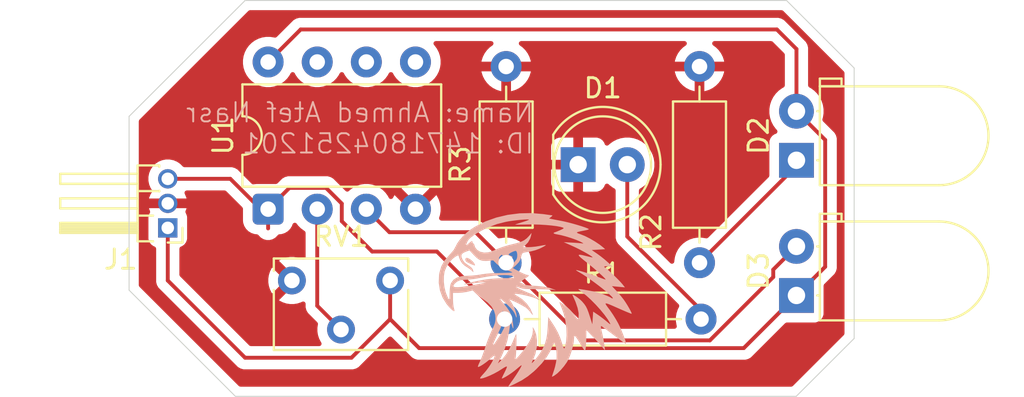
<source format=kicad_pcb>
(kicad_pcb (version 20241229) (generator "pcbnew") (generator_version "9.0")
  (layers (0 "F.Cu" signal) (2 "B.Cu" signal) (13 "F.Paste" user) (15 "B.Paste" user) (5 "F.SilkS" user "F.Silkscreen") (7 "B.SilkS" user "B.Silkscreen") (1 "F.Mask" user) (3 "B.Mask" user) (25 "Edge.Cuts" user))
  (net 0 "")
  (net 1 "GND")
  (net 2 "Net-(D1-A)")
  (net 3 "VCC")
  (net 4 "Net-(D2-K)")
  (net 5 "Net-(D3-A)")
  (net 6 "OUT")
  (net 7 "Net-(U1A--)")
  (footprint "Package_DIP:DIP-8_W7.62mm" (layer "F.Cu") (at 126.69 65.805 90)
    (property "Reference" "U1" (at 3.81 -2.33 90) (layer "F.SilkS"))
    (property "Value" "LM358")
    (fp_line (start 6.46 -1.33) (end 4.81 -1.33) (stroke (width 0.12)) (layer "F.SilkS"))
    (fp_line (start 2.81 -1.33) (end 1.16 -1.33) (stroke (width 0.12)) (layer "F.SilkS"))
    (fp_line (start 1.16 -1.33) (end 1.16 8.95) (stroke (width 0.12)) (layer "F.SilkS"))
    (fp_line (start 6.46 8.95) (end 6.46 -1.33) (stroke (width 0.12)) (layer "F.SilkS"))
    (fp_line (start 1.16 8.95) (end 6.46 8.95) (stroke (width 0.12)) (layer "F.SilkS"))
    (fp_arc (start 4.81 -1.33) (mid 3.81 -0.33) (end 2.81 -1.33) (stroke (width 0.12)) (layer "F.SilkS"))
    (pad "1" thru_hole roundrect (at 0 0 90) (size 1.6 1.6) (drill 0.8) (layers "*.Cu" "*.Mask") (roundrect_rratio 0.15625) (net 6 "OUT"))
    (pad "2" thru_hole circle (at 0 2.54 90) (size 1.6 1.6) (drill 0.8) (layers "*.Cu" "*.Mask") (net 7 "Net-(U1A--)"))
    (pad "3" thru_hole circle (at 0 5.08 90) (size 1.6 1.6) (drill 0.8) (layers "*.Cu" "*.Mask") (net 5 "Net-(D3-A)"))
    (pad "4" thru_hole circle (at 0 7.62 90) (size 1.6 1.6) (drill 0.8) (layers "*.Cu" "*.Mask") (net 1 "GND"))
    (pad "5" thru_hole circle (at 7.62 7.62 90) (size 1.6 1.6) (drill 0.8) (layers "*.Cu" "*.Mask"))
    (pad "6" thru_hole circle (at 7.62 5.08 90) (size 1.6 1.6) (drill 0.8) (layers "*.Cu" "*.Mask"))
    (pad "7" thru_hole circle (at 7.62 2.54 90) (size 1.6 1.6) (drill 0.8) (layers "*.Cu" "*.Mask"))
    (pad "8" thru_hole circle (at 7.62 0 90) (size 1.6 1.6) (drill 0.8) (layers "*.Cu" "*.Mask") (net 3 "VCC"))
  )
  (footprint "LED_THT:LED_D5.0mm_Horizontal_O1.27mm_Z3.0mm_IRGrey" (layer "F.Cu") (at 154.015 63.275 90)
    (property "Reference" "D2" (at 1.27 -1.96 90) (layer "F.SilkS"))
    (property "Value" "LD271")
    (fp_line (start 2.54 1.08) (end 2.54 1.08) (stroke (width 0.12)) (layer "F.SilkS"))
    (fp_line (start 2.54 1.08) (end 2.54 1.21) (stroke (width 0.12)) (layer "F.SilkS"))
    (fp_line (start 0 1.08) (end 0 1.08) (stroke (width 0.12)) (layer "F.SilkS"))
    (fp_line (start 0 1.08) (end 0 1.21) (stroke (width 0.12)) (layer "F.SilkS"))
    (fp_line (start 4.23 1.21) (end 4.23 2.33) (stroke (width 0.12)) (layer "F.SilkS"))
    (fp_line (start 3.83 1.21) (end 4.23 1.21) (stroke (width 0.12)) (layer "F.SilkS"))
    (fp_line (start 3.83 1.21) (end 3.83 7.37) (stroke (width 0.12)) (layer "F.SilkS"))
    (fp_line (start 2.54 1.21) (end 2.54 1.08) (stroke (width 0.12)) (layer "F.SilkS"))
    (fp_line (start 2.54 1.21) (end 2.54 1.21) (stroke (width 0.12)) (layer "F.SilkS"))
    (fp_line (start 0 1.21) (end 0 1.08) (stroke (width 0.12)) (layer "F.SilkS"))
    (fp_line (start 0 1.21) (end 0 1.21) (stroke (width 0.12)) (layer "F.SilkS"))
    (fp_line (start -1.29 1.21) (end 3.83 1.21) (stroke (width 0.12)) (layer "F.SilkS"))
    (fp_line (start -1.29 1.21) (end -1.29 7.37) (stroke (width 0.12)) (layer "F.SilkS"))
    (fp_line (start 4.23 2.33) (end 3.83 2.33) (stroke (width 0.12)) (layer "F.SilkS"))
    (fp_line (start 3.83 2.33) (end 3.83 1.21) (stroke (width 0.12)) (layer "F.SilkS"))
    (fp_arc (start 3.83 7.37) (mid 1.27 9.93) (end -1.29 7.37) (stroke (width 0.12)) (layer "F.SilkS"))
    (pad "1" thru_hole rect (at 0 0 90) (size 1.8 1.8) (drill 0.9) (layers "*.Cu" "*.Mask") (net 4 "Net-(D2-K)"))
    (pad "2" thru_hole circle (at 2.54 0 90) (size 1.8 1.8) (drill 0.9) (layers "*.Cu" "*.Mask") (net 3 "VCC"))
  )
  (footprint "Resistor_THT:R_Axial_DIN0207_L6.3mm_D2.5mm_P10.16mm_Horizontal" (layer "F.Cu") (at 139 68.58 90)
    (property "Reference" "R3" (at 5.08 -2.37 90) (layer "F.SilkS"))
    (property "Value" "R")
    (fp_line (start 8.35 -1.37) (end 1.81 -1.37) (stroke (width 0.12)) (layer "F.SilkS"))
    (fp_line (start 1.81 -1.37) (end 1.81 1.37) (stroke (width 0.12)) (layer "F.SilkS"))
    (fp_line (start 9.12 0) (end 8.35 0) (stroke (width 0.12)) (layer "F.SilkS"))
    (fp_line (start 1.04 0) (end 1.81 0) (stroke (width 0.12)) (layer "F.SilkS"))
    (fp_line (start 8.35 1.37) (end 8.35 -1.37) (stroke (width 0.12)) (layer "F.SilkS"))
    (fp_line (start 1.81 1.37) (end 8.35 1.37) (stroke (width 0.12)) (layer "F.SilkS"))
    (pad "1" thru_hole circle (at 0 0 90) (size 1.6 1.6) (drill 0.8) (layers "*.Cu" "*.Mask") (net 5 "Net-(D3-A)"))
    (pad "2" thru_hole oval (at 10.16 0 90) (size 1.6 1.6) (drill 0.8) (layers "*.Cu" "*.Mask") (net 1 "GND"))
  )
  (footprint "Connector_PinHeader_1.27mm:PinHeader_1x03_P1.27mm_Horizontal" (layer "F.Cu") (at 121.5 66.775 180)
    (property "Reference" "J1" (at 2.4325 -1.635 0) (layer "F.SilkS"))
    (property "Value" "Conn_01x03_Pin")
    (fp_line (start 5.56 2.8) (end 1.56 2.8) (stroke (width 0.12)) (layer "F.SilkS"))
    (fp_line (start 5.56 2.28) (end 5.56 2.8) (stroke (width 0.12)) (layer "F.SilkS"))
    (fp_line (start 5.56 1.53) (end 1.56 1.53) (stroke (width 0.12)) (layer "F.SilkS"))
    (fp_line (start 5.56 1.01) (end 5.56 1.53) (stroke (width 0.12)) (layer "F.SilkS"))
    (fp_line (start 5.56 0.26) (end 1.56 0.26) (stroke (width 0.12)) (layer "F.SilkS"))
    (fp_line (start 5.56 -0.26) (end 5.56 0.26) (stroke (width 0.12)) (layer "F.SilkS"))
    (fp_line (start 1.56 3.235) (end 0.44 3.235) (stroke (width 0.12)) (layer "F.SilkS"))
    (fp_line (start 1.56 2.28) (end 5.56 2.28) (stroke (width 0.12)) (layer "F.SilkS"))
    (fp_line (start 1.56 1.01) (end 5.56 1.01) (stroke (width 0.12)) (layer "F.SilkS"))
    (fp_line (start 1.56 0.16) (end 5.56 0.16) (stroke (width 0.12)) (layer "F.SilkS"))
    (fp_line (start 1.56 0.04) (end 5.56 0.04) (stroke (width 0.12)) (layer "F.SilkS"))
    (fp_line (start 1.56 -0.08) (end 5.56 -0.08) (stroke (width 0.12)) (layer "F.SilkS"))
    (fp_line (start 1.56 -0.2) (end 5.56 -0.2) (stroke (width 0.12)) (layer "F.SilkS"))
    (fp_line (start 1.56 -0.26) (end 5.56 -0.26) (stroke (width 0.12)) (layer "F.SilkS"))
    (fp_line (start 1.56 -0.695) (end 1.56 3.235) (stroke (width 0.12)) (layer "F.SilkS"))
    (fp_line (start 0.76 0.635) (end 1.56 0.635) (stroke (width 0.12)) (layer "F.SilkS"))
    (fp_line (start 0.76 -0.695) (end 1.56 -0.695) (stroke (width 0.12)) (layer "F.SilkS"))
    (fp_line (start 0.44 3.235) (end 0.44 3.159677) (stroke (width 0.12)) (layer "F.SilkS"))
    (fp_line (start 0.44 1.905) (end 1.56 1.905) (stroke (width 0.12)) (layer "F.SilkS"))
    (fp_line (start 0.44 1.889677) (end 0.44 1.920323) (stroke (width 0.12)) (layer "F.SilkS"))
    (fp_line (start -0.76 0) (end -0.76 -0.76) (stroke (width 0.12)) (layer "F.SilkS"))
    (fp_line (start -0.76 -0.76) (end 0 -0.76) (stroke (width 0.12)) (layer "F.SilkS"))
    (pad "1" thru_hole rect (at 0 0 180) (size 1 1) (drill 0.65) (layers "*.Cu" "*.Mask") (net 3 "VCC"))
    (pad "2" thru_hole oval (at 0 1.27 180) (size 1 1) (drill 0.65) (layers "*.Cu" "*.Mask") (net 1 "GND"))
    (pad "3" thru_hole oval (at 0 2.54 180) (size 1 1) (drill 0.65) (layers "*.Cu" "*.Mask") (net 6 "OUT"))
  )
  (footprint "LED_THT:LED_D5.0mm_Clear" (layer "F.Cu") (at 142.725 63.5)
    (property "Reference" "D1" (at 1.27 -3.96 0) (layer "F.SilkS"))
    (property "Value" "LED")
    (fp_line (start -1.29 -1.545) (end -1.29 1.545) (stroke (width 0.12)) (layer "F.SilkS"))
    (fp_arc (start -1.29 -1.54483) (mid 2.071756 -2.880501) (end 4.26 -0.000048) (stroke (width 0.12)) (layer "F.SilkS"))
    (fp_arc (start 4.26 0.000048) (mid 2.071756 2.880501) (end -1.29 1.54483) (stroke (width 0.12)) (layer "F.SilkS"))
    (fp_circle (center 1.27 0) (end 3.77 0) (stroke (width 0.12)) (fill no) (layer "F.SilkS"))
    (pad "1" thru_hole rect (at 0 0) (size 1.8 1.8) (drill 0.9) (layers "*.Cu" "*.Mask") (net 1 "GND"))
    (pad "2" thru_hole circle (at 2.54 0) (size 1.8 1.8) (drill 0.9) (layers "*.Cu" "*.Mask") (net 2 "Net-(D1-A)"))
  )
  (footprint "Resistor_THT:R_Axial_DIN0207_L6.3mm_D2.5mm_P10.16mm_Horizontal" (layer "F.Cu") (at 138.92 71.5)
    (property "Reference" "R1" (at 5.08 -2.37 0) (layer "F.SilkS"))
    (property "Value" "R")
    (fp_line (start 1.04 0) (end 1.81 0) (stroke (width 0.12)) (layer "F.SilkS"))
    (fp_line (start 1.81 -1.37) (end 1.81 1.37) (stroke (width 0.12)) (layer "F.SilkS"))
    (fp_line (start 1.81 1.37) (end 8.35 1.37) (stroke (width 0.12)) (layer "F.SilkS"))
    (fp_line (start 8.35 -1.37) (end 1.81 -1.37) (stroke (width 0.12)) (layer "F.SilkS"))
    (fp_line (start 8.35 1.37) (end 8.35 -1.37) (stroke (width 0.12)) (layer "F.SilkS"))
    (fp_line (start 9.12 0) (end 8.35 0) (stroke (width 0.12)) (layer "F.SilkS"))
    (pad "1" thru_hole circle (at 0 0) (size 1.6 1.6) (drill 0.8) (layers "*.Cu" "*.Mask") (net 6 "OUT"))
    (pad "2" thru_hole oval (at 10.16 0) (size 1.6 1.6) (drill 0.8) (layers "*.Cu" "*.Mask") (net 2 "Net-(D1-A)"))
  )
  (footprint "Potentiometer_THT:Potentiometer_Bourns_3266W_Vertical" (layer "F.Cu") (at 133 69.5)
    (property "Reference" "RV1" (at -2.54 -2.27 0) (layer "F.SilkS"))
    (property "Value" "R_Potentiometer")
    (fp_line (start -6.015 -1.14) (end -6.015 -0.495) (stroke (width 0.12)) (layer "F.SilkS"))
    (fp_line (start -6.015 -1.14) (end 0.935 -1.14) (stroke (width 0.12)) (layer "F.SilkS"))
    (fp_line (start -6.015 0.495) (end -6.015 3.6) (stroke (width 0.12)) (layer "F.SilkS"))
    (fp_line (start -6.015 3.6) (end 0.935 3.6) (stroke (width 0.12)) (layer "F.SilkS"))
    (fp_line (start 0.935 -1.14) (end 0.935 -0.495) (stroke (width 0.12)) (layer "F.SilkS"))
    (fp_line (start 0.935 0.495) (end 0.935 3.6) (stroke (width 0.12)) (layer "F.SilkS"))
    (pad "1" thru_hole circle (at 0 0) (size 1.44 1.44) (drill 0.8) (layers "*.Cu" "*.Mask") (net 3 "VCC"))
    (pad "2" thru_hole circle (at -2.54 2.54) (size 1.44 1.44) (drill 0.8) (layers "*.Cu" "*.Mask") (net 7 "Net-(U1A--)"))
    (pad "3" thru_hole circle (at -5.08 0) (size 1.44 1.44) (drill 0.8) (layers "*.Cu" "*.Mask") (net 1 "GND"))
  )
  (footprint "LED_THT:LED_D5.0mm_Horizontal_O1.27mm_Z3.0mm_IRBlack" (layer "F.Cu") (at 154.015 70.275 90)
    (property "Reference" "D3" (at 1.27 -1.96 90) (layer "F.SilkS"))
    (property "Value" "D_Photo")
    (fp_line (start 2.54 1.08) (end 2.54 1.08) (stroke (width 0.12)) (layer "F.SilkS"))
    (fp_line (start 2.54 1.08) (end 2.54 1.21) (stroke (width 0.12)) (layer "F.SilkS"))
    (fp_line (start 0 1.08) (end 0 1.08) (stroke (width 0.12)) (layer "F.SilkS"))
    (fp_line (start 0 1.08) (end 0 1.21) (stroke (width 0.12)) (layer "F.SilkS"))
    (fp_line (start 4.23 1.21) (end 4.23 2.33) (stroke (width 0.12)) (layer "F.SilkS"))
    (fp_line (start 3.83 1.21) (end 4.23 1.21) (stroke (width 0.12)) (layer "F.SilkS"))
    (fp_line (start 3.83 1.21) (end 3.83 7.37) (stroke (width 0.12)) (layer "F.SilkS"))
    (fp_line (start 2.54 1.21) (end 2.54 1.08) (stroke (width 0.12)) (layer "F.SilkS"))
    (fp_line (start 2.54 1.21) (end 2.54 1.21) (stroke (width 0.12)) (layer "F.SilkS"))
    (fp_line (start 0 1.21) (end 0 1.08) (stroke (width 0.12)) (layer "F.SilkS"))
    (fp_line (start 0 1.21) (end 0 1.21) (stroke (width 0.12)) (layer "F.SilkS"))
    (fp_line (start -1.29 1.21) (end 3.83 1.21) (stroke (width 0.12)) (layer "F.SilkS"))
    (fp_line (start -1.29 1.21) (end -1.29 7.37) (stroke (width 0.12)) (layer "F.SilkS"))
    (fp_line (start 4.23 2.33) (end 3.83 2.33) (stroke (width 0.12)) (layer "F.SilkS"))
    (fp_line (start 3.83 2.33) (end 3.83 1.21) (stroke (width 0.12)) (layer "F.SilkS"))
    (fp_arc (start 3.83 7.37) (mid 1.27 9.93) (end -1.29 7.37) (stroke (width 0.12)) (layer "F.SilkS"))
    (pad "1" thru_hole rect (at 0 0 90) (size 1.8 1.8) (drill 0.9) (layers "*.Cu" "*.Mask") (net 3 "VCC"))
    (pad "2" thru_hole circle (at 2.54 0 90) (size 1.8 1.8) (drill 0.9) (layers "*.Cu" "*.Mask") (net 5 "Net-(D3-A)"))
  )
  (footprint "Resistor_THT:R_Axial_DIN0207_L6.3mm_D2.5mm_P10.16mm_Horizontal" (layer "F.Cu") (at 149 68.58 90)
    (property "Reference" "R2" (at 1.58 -2.5 90) (layer "F.SilkS"))
    (property "Value" "R")
    (fp_line (start 8.35 -1.37) (end 1.81 -1.37) (stroke (width 0.12)) (layer "F.SilkS"))
    (fp_line (start 1.81 -1.37) (end 1.81 1.37) (stroke (width 0.12)) (layer "F.SilkS"))
    (fp_line (start 9.12 0) (end 8.35 0) (stroke (width 0.12)) (layer "F.SilkS"))
    (fp_line (start 1.04 0) (end 1.81 0) (stroke (width 0.12)) (layer "F.SilkS"))
    (fp_line (start 8.35 1.37) (end 8.35 -1.37) (stroke (width 0.12)) (layer "F.SilkS"))
    (fp_line (start 1.81 1.37) (end 8.35 1.37) (stroke (width 0.12)) (layer "F.SilkS"))
    (pad "1" thru_hole circle (at 0 0 90) (size 1.6 1.6) (drill 0.8) (layers "*.Cu" "*.Mask") (net 4 "Net-(D2-K)"))
    (pad "2" thru_hole oval (at 10.16 0 90) (size 1.6 1.6) (drill 0.8) (layers "*.Cu" "*.Mask") (net 1 "GND"))
  )
  (footprint "Logo:logo" (layer "B.Cu") (at 140.5 70.5 180)
    (property "Reference" "G***" (hide yes))
    (property "Value" "LOGO" (hide yes))
    (fp_poly (pts (xy 3.599007 2.144734) (xy 3.611122 2.072487) (xy 3.580132 1.994555) (xy 3.559236 1.972821) (xy 3.492872 1.931376) (xy 3.390416 1.880524) (xy 3.276714 1.830811) (xy 3.176615 1.792784) (xy 3.114966 1.776987) (xy 3.106322 1.780589) (xy 3.140951 1.87844) (xy 3.228675 1.988572) (xy 3.345253 2.089155) (xy 3.466442 2.158359) (xy 3.546038 2.176539)) (fill yes) (layer "B.SilkS"))
    (fp_poly (pts (xy 0.810134 4.477228) (xy 1.422542 4.398604) (xy 2.014597 4.258209) (xy 2.573021 4.058803) (xy 3.084536 3.803148) (xy 3.307432 3.662671) (xy 3.523297 3.496255) (xy 3.72908 3.301895) (xy 3.907803 3.098405) (xy 4.04249 2.904601) (xy 4.102858 2.781112) (xy 4.212431 2.581825) (xy 4.401452 2.36087) (xy 4.438054 2.324459) (xy 4.684212 2.039099) (xy 4.853799 1.73353) (xy 4.954617 1.392615) (xy 4.971459 1.289685) (xy 4.987348 0.88275) (xy 4.924542 0.486344) (xy 4.786988 0.112811) (xy 4.57863 -0.225505) (xy 4.433189 -0.39426) (xy 4.299233 -0.524268) (xy 4.213507 -0.586741) (xy 4.173949 -0.582081) (xy 4.178497 -0.51069) (xy 4.200271 -0.439611) (xy 4.223305 -0.33097) (xy 4.240099 -0.170602) (xy 4.247348 0.008746) (xy 4.247421 0.027438) (xy 4.247421 0.359235) (xy 3.981591 0.359235) (xy 3.786244 0.370657) (xy 3.577826 0.39987) (xy 3.471431 0.422875) (xy 3.2271 0.486515) (xy 3.098094 0.357508) (xy 2.992552 0.263784) (xy 2.850226 0.152115) (xy 2.731074 0.06687) (xy 2.457041 -0.140995) (xy 2.259198 -0.344507) (xy 2.130527 -0.554194) (xy 2.064011 -0.780584) (xy 2.050678 -0.953982) (xy 2.05729 -1.083799) (xy 2.083186 -1.209027) (xy 2.135795 -1.35433) (xy 2.222548 -1.54437) (xy 2.238392 -1.577081) (xy 2.331571 -1.785046) (xy 2.432759 -2.03751) (xy 2.527592 -2.297465) (xy 2.581712 -2.461535) (xy 2.65484 -2.683406) (xy 2.734097 -2.902675) (xy 2.809074 -3.091583) (xy 2.860729 -3.205691) (xy 2.920976 -3.334738) (xy 2.957685 -3.431885) (xy 2.963079 -3.474969) (xy 2.912497 -3.470576) (xy 2.814015 -3.422488) (xy 2.68427 -3.341593) (xy 2.539898 -3.238779) (xy 2.397538 -3.124934) (xy 2.313893 -3.050111) (xy 2.207269 -2.955816) (xy 2.128666 -2.898578) (xy 2.092802 -2.888849) (xy 2.092013 -2.892494) (xy 2.117205 -2.992648) (xy 2.185265 -3.139098) (xy 2.284915 -3.313232) (xy 2.404879 -3.496439) (xy 2.53388 -3.670107) (xy 2.634822 -3.788383) (xy 2.757867 -3.924451) (xy 2.827446 -4.011004) (xy 2.849816 -4.058342) (xy 2.83123 -4.076766) (xy 2.810914 -4.078369) (xy 2.694202 -4.057425) (xy 2.525861 -4.000542) (xy 2.325902 -3.916646) (xy 2.114331 -3.814664) (xy 1.911159 -3.703522) (xy 1.764475 -3.61155) (xy 1.608643 -3.512094) (xy 1.505036 -3.459591) (xy 1.459647 -3.45694) (xy 1.458069 -3.463341) (xy 1.476664 -3.528081) (xy 1.52567 -3.643284) (xy 1.594917 -3.785265) (xy 1.602858 -3.800589) (xy 1.669423 -3.933638) (xy 1.713291 -4.031931) (xy 1.72645 -4.077245) (xy 1.724997 -4.078369) (xy 1.650793 -4.05421) (xy 1.528966 -3.989752) (xy 1.378274 -3.897028) (xy 1.217472 -3.78807) (xy 1.065317 -3.674909) (xy 0.96148 -3.588599) (xy 0.842137 -3.486297) (xy 0.750853 -3.415812) (xy 0.701886 -3.387824) (xy 0.697337 -3.390707) (xy 0.720138 -3.452049) (xy 0.782064 -3.566649) (xy 0.873403 -3.718778) (xy 0.984443 -3.892705) (xy 1.105469 -4.072701) (xy 1.206757 -4.215724) (xy 1.297485 -4.344804) (xy 1.360322 -4.44307) (xy 1.385644 -4.495067) (xy 1.383454 -4.49948) (xy 1.332887 -4.481927) (xy 1.226929 -4.436793) (xy 1.08641 -4.373033) (xy 1.053571 -4.357698) (xy 0.690722 -4.169277) (xy 0.373248 -3.960919) (xy 0.066262 -3.70874) (xy -0.046147 -3.604769) (xy -0.347525 -3.289892) (xy -0.597477 -2.968706) (xy -0.785603 -2.655557) (xy -0.865613 -2.474458) (xy -0.919038 -2.34759) (xy -0.966043 -2.263729) (xy -0.995278 -2.241231) (xy -1.032241 -2.30327) (xy -1.065323 -2.427992) (xy -1.091491 -2.593561) (xy -1.107706 -2.778138) (xy -1.110935 -2.959885) (xy -1.106726 -3.042928) (xy -1.078986 -3.240114) (xy -1.029857 -3.464421) (xy -0.974691 -3.652577) (xy -0.923744 -3.802107) (xy -0.885676 -3.917469) (xy -0.867175 -3.978289) (xy -0.86639 -3.982504) (xy -0.898168 -3.974375) (xy -0.976591 -3.933733) (xy -0.996432 -3.922273) (xy -1.151134 -3.806518) (xy -1.322958 -3.638392) (xy -1.491419 -3.441221) (xy -1.636031 -3.238333) (xy -1.709871 -3.109842) (xy -1.803195 -2.896085) (xy -1.88742 -2.65101) (xy -1.954628 -2.402927) (xy -1.996904 -2.180145) (xy -2.007488 -2.045484) (xy -2.015784 -1.936689) (xy -2.036298 -1.870062) (xy -2.041977 -1.864372) (xy -2.075769 -1.889886) (xy -2.141879 -1.975193) (xy -2.230606 -2.106748) (xy -2.327251 -2.262634) (xy -2.434646 -2.44133) (xy -2.506985 -2.555737) (xy -2.552526 -2.614151) (xy -2.579525 -2.62487) (xy -2.596239 -2.596189) (xy -2.608849 -2.545598) (xy -2.622788 -2.443887) (xy -2.634643 -2.284265) (xy -2.642692 -2.093346) (xy -2.644824 -1.98888) (xy -2.649986 -1.568774) (xy -2.996 -1.925485) (xy -3.149135 -2.085947) (xy -3.294661 -2.242987) (xy -3.413972 -2.376281) (xy -3.477313 -2.451248) (xy -3.612612 -2.620299) (xy -3.585726 -2.366722) (xy -3.562783 -2.20578) (xy -3.52534 -2.000134) (xy -3.480319 -1.786848) (xy -3.465701 -1.724114) (xy -3.42395 -1.543848) (xy -3.402922 -1.432286) (xy -3.401699 -1.376428) (xy -3.419358 -1.36327) (xy -3.440748 -1.371575) (xy -3.495645 -1.408299) (xy -3.605177 -1.487273) (xy -3.756897 -1.599321) (xy -3.938358 -1.735267) (xy -4.096913 -1.85532) (xy -4.28832 -1.999364) (xy -4.455542 -2.122258) (xy -4.587494 -2.216094) (xy -4.673091 -2.272966) (xy -4.701155 -2.28631) (xy -4.699771 -2.235416) (xy -4.669379 -2.123946) (xy -4.616166 -1.968172) (xy -4.546317 -1.78437) (xy -4.466018 -1.588813) (xy -4.381455 -1.397777) (xy -4.298814 -1.227534) (xy -4.298454 -1.226836) (xy -4.178206 -1.011966) (xy -4.030362 -0.773864) (xy -3.881274 -0.554371) (xy -3.836842 -0.49388) (xy -3.738753 -0.363837) (xy -3.671497 -0.269144) (xy -3.641478 -0.209518) (xy -3.655096 -0.184675) (xy -3.718755 -0.194331) (xy -3.838857 -0.238203) (xy -4.021803 -0.316007) (xy -4.273998 -0.427459) (xy -4.370488 -0.470236) (xy -4.578716 -0.56119) (xy -4.758199 -0.637174) (xy -4.895541 -0.692712) (xy -4.97735 -0.722324) (xy -4.994246 -0.725332) (xy -4.985635 -0.679977) (xy -4.940484 -0.581488) (xy -4.868681 -0.447362) (xy -4.780118 -0.295097) (xy -4.684685 -0.142191) (xy -4.592271 -0.006141) (xy -4.57233 0.021132) (xy -4.530245 0.074558) (xy -4.019095 0.074558) (xy -3.972024 0.076876) (xy -3.941931 0.096129) (xy -3.861081 0.143473) (xy -3.722675 0.205828) (xy -3.550118 0.273909) (xy -3.366812 0.338429) (xy -3.21198 0.385778) (xy -3.087816 0.416098) (xy -2.925735 0.450136) (xy -2.745385 0.484484) (xy -2.566413 0.515733) (xy -2.408465 0.540476) (xy -2.29119 0.555303) (xy -2.234233 0.556808) (xy -2.232173 0.555745) (xy -2.256214 0.526403) (xy -2.332062 0.463786) (xy -2.419621 0.398646) (xy -2.643767 0.220647) (xy -2.887125 -0.001943) (xy -3.13477 -0.252724) (xy -3.371778 -0.515299) (xy -3.583224 -0.773268) (xy -3.754182 -1.010235) (xy -3.853234 -1.176495) (xy -3.885773 -1.242945) (xy -3.887708 -1.267024) (xy -3.849486 -1.245134) (xy -3.761554 -1.173677) (xy -3.693921 -1.116507) (xy -3.532597 -0.986385) (xy -3.352913 -0.85127) (xy -3.233112 -0.767203) (xy -3.000666 -0.611543) (xy -2.979535 -0.939715) (xy -2.958403 -1.267887) (xy -2.837651 -0.887521) (xy -2.760305 -0.652978) (xy -2.693593 -0.479004) (xy -2.62657 -0.344444) (xy -2.54829 -0.228141) (xy -2.447809 -0.10894) (xy -2.417866 -0.07613) (xy -2.330175 0.007782) (xy -2.223385 0.094509) (xy -2.113599 0.173391) (xy -2.016919 0.233767) (xy -1.949446 0.264978) (xy -1.927284 0.256363) (xy -1.930966 0.246212) (xy -2.089986 -0.110538) (xy -2.196747 -0.426565) (xy -2.249551 -0.695298) (xy -2.246701 -0.910169) (xy -2.239139 -0.946764) (xy -2.221839 -0.997983) (xy -2.196908 -1.002875) (xy -2.1515 -0.95328) (xy -2.072818 -0.841107) (xy -1.960284 -0.692106) (xy -1.831677 -0.544495) (xy -1.768827 -0.48118) (xy -1.657699 -0.384314) (xy -1.533012 -0.286625) (xy -1.413346 -0.201228) (xy -1.317284 -0.141242) (xy -1.263405 -0.119783) (xy -1.259177 -0.121412) (xy -1.267857 -0.163806) (xy -1.303844 -0.261101) (xy -1.353882 -0.379633) (xy -1.475221 -0.714211) (xy -1.562163 -1.08034) (xy -1.613188 -1.457959) (xy -1.626777 -1.827005) (xy -1.60141 -2.167415) (xy -1.53557 -2.459126) (xy -1.515554 -2.514642) (xy -1.49196 -2.514128) (xy -1.455302 -2.441575) (xy -1.415996 -2.324459) (xy -1.30528 -1.988568) (xy -1.180388 -1.698552) (xy -1.023413 -1.415843) (xy -0.916837 -1.24938) (xy -0.67647 -0.887521) (xy -0.649579 -1.415807) (xy -0.62371 -1.74722) (xy -0.579084 -2.020791) (xy -0.508825 -2.262366) (xy -0.40606 -2.49779) (xy -0.318868 -2.659248) (xy -0.245513 -2.774822) (xy -0.14986 -2.90876) (xy -0.046004 -3.043422) (xy 0.051957 -3.16117) (xy 0.129929 -3.244365) (xy 0.173502 -3.275374) (xy 0.167464 -3.242022) (xy 0.130999 -3.157646) (xy 0.106314 -3.107612) (xy -0.017533 -2.791916) (xy -0.086971 -2.45069) (xy -0.099048 -2.110256) (xy -0.050812 -1.796932) (xy -0.043546 -1.771412) (xy -0.004457 -1.658413) (xy 0.040653 -1.553472) (xy 0.083579 -1.470859) (xy 0.116112 -1.424841) (xy 0.130045 -1.429686) (xy 0.120835 -1.485647) (xy 0.116436 -1.577026) (xy 0.129711 -1.713987) (xy 0.146714 -1.811498) (xy 0.207408 -1.986223) (xy 0.321354 -2.202828) (xy 0.479064 -2.446553) (xy 0.671046 -2.702638) (xy 0.870511 -2.937271) (xy 0.962871 -3.035883) (xy 1.010289 -3.074449) (xy 1.021571 -3.058156) (xy 1.01402 -3.021797) (xy 0.999891 -2.935204) (xy 0.987793 -2.798392) (xy 0.97802 -2.627256) (xy 0.970864 -2.437692) (xy 0.966621 -2.245595) (xy 0.965583 -2.066861) (xy 0.968045 -1.917385) (xy 0.974299 -1.813063) (xy 0.98464 -1.76979) (xy 0.990986 -1.775041) (xy 1.025489 -1.852971) (xy 1.080889 -1.9843) (xy 1.146652 -2.143964) (xy 1.163667 -2.185839) (xy 1.317269 -2.514281) (xy 1.496816 -2.813807) (xy 1.688022 -3.061809) (xy 1.771959 -3.148586) (xy 1.927898 -3.296506) (xy 1.740549 -2.929198) (xy 1.564631 -2.528786) (xy 1.433705 -2.099162) (xy 1.341289 -1.61804) (xy 1.325131 -1.500333) (xy 1.273556 -1.098835) (xy 1.200905 -1.331281) (xy 1.159262 -1.450019) (xy 1.134462 -1.486697) (xy 1.126639 -1.442113) (xy 1.135928 -1.317065) (xy 1.162464 -1.112351) (xy 1.163158 -1.107537) (xy 1.171237 -1.069817) (xy 1.501223 -1.069817) (xy 1.528334 -1.251547) (xy 1.605676 -1.459989) (xy 1.736247 -1.707287) (xy 1.883521 -1.945091) (xy 1.988402 -2.104476) (xy 2.076594 -2.233779) (xy 2.138175 -2.318764) (xy 2.162601 -2.345591) (xy 2.167365 -2.311435) (xy 2.153617 -2.250499) (xy 2.123973 -2.175472) (xy 2.065306 -2.044231) (xy 1.986478 -1.876125) (xy 1.907758 -1.71365) (xy 1.813936 -1.519751) (xy 1.751917 -1.377225) (xy 1.715136 -1.262131) (xy 1.697029 -1.150523) (xy 1.691031 -1.01846) (xy 1.690515 -0.921221) (xy 1.689436 -0.761007) (xy 1.686561 -0.639218) (xy 1.682434 -0.575498) (xy 1.680809 -0.570549) (xy 1.657717 -0.604376) (xy 1.610677 -0.689797) (xy 1.585717 -0.737917) (xy 1.52135 -0.902654) (xy 1.501223 -1.069817) (xy 1.171237 -1.069817) (xy 1.220099 -0.84169) (xy 1.315413 -0.613797) (xy 1.463827 -0.393191) (xy 1.562212 -0.276414) (xy 1.686353 -0.130746) (xy 1.768387 -0.022644) (xy 1.805712 0.042057) (xy 1.795727 0.057519) (xy 1.735831 0.017906) (xy 1.666579 -0.042263) (xy 1.441915 -0.252503) (xy 1.274542 -0.420953) (xy 1.155363 -0.55814) (xy 1.075276 -0.674589) (xy 1.025183 -0.780826) (xy 1.023101 -0.786629) (xy 0.98381 -0.893111) (xy 0.964032 -0.925554) (xy 0.956623 -0.890135) (xy 0.955254 -0.845258) (xy 0.974332 -0.716605) (xy 1.027689 -0.545352) (xy 1.104111 -0.360139) (xy 1.192385 -0.189604) (xy 1.242515 -0.111612) (xy 1.33713 0.021264) (xy 1.232061 -0.018684) (xy 1.100091 -0.075579) (xy 0.930243 -0.157718) (xy 0.750841 -0.250434) (xy 0.590212 -0.33906) (xy 0.476679 -0.408928) (xy 0.471699 -0.412404) (xy 0.37327 -0.498971) (xy 0.264804 -0.618607) (xy 0.223803 -0.671194) (xy 0.152204 -0.763416) (xy 0.120603 -0.788347) (xy 0.123436 -0.749891) (xy 0.126283 -0.739601) (xy 0.246675 -0.458907) (xy 0.434163 -0.194058) (xy 0.671438 0.034562) (xy 0.921105 0.196537) (xy 1.016051 0.251118) (xy 1.064548 0.291374) (xy 1.065753 0.300747) (xy 1.00736 0.31047) (xy 0.886865 0.300276) (xy 0.723233 0.274184) (xy 0.535426 0.236213) (xy 0.34241 0.19038) (xy 0.163149 0.140706) (xy 0.016607 0.091207) (xy -0.042263 0.065957) (xy -0.295841 -0.057105) (xy -0.122542 0.098236) (xy 0.010888 0.200607) (xy 0.153555 0.284728) (xy 0.215561 0.311537) (xy 0.35736 0.365657) (xy 0.51703 0.433119) (xy 0.676966 0.505558) (xy 0.819561 0.574614) (xy 0.92721 0.631924) (xy 0.982305 0.669125) (xy 0.985234 0.677106) (xy 0.937351 0.674557) (xy 0.842339 0.642837) (xy 0.798918 0.624405) (xy 0.722188 0.596278) (xy 0.626843 0.575851) (xy 0.498713 0.561916) (xy 0.323632 0.553266) (xy 0.087431 0.548694) (xy -0.105658 0.547338) (xy -0.356619 0.544649) (xy -0.586322 0.539104) (xy -0.777973 0.531345) (xy -0.914777 0.522016) (xy -0.972047 0.514196) (xy -1.05423 0.49579) (xy -1.058545 0.501132) (xy -0.993178 0.531956) (xy -0.757293 0.616279) (xy -0.469153 0.6769) (xy -0.115978 0.716228) (xy 0.035312 0.725951) (xy 0.298174 0.745151) (xy 0.48007 0.770008) (xy 0.579506 0.800297) (xy 0.592276 0.809629) (xy 0.674111 0.858575) (xy 0.71545 0.86639) (xy 0.773547 0.879056) (xy 0.762514 0.919163) (xy 0.679865 0.989876) (xy 0.549417 1.077704) (xy 0.411859 1.170854) (xy 1.087622 1.170854) (xy 1.103368 1.14864) (xy 1.173782 1.133352) (xy 1.307669 1.124134) (xy 1.513834 1.120129) (xy 1.613033 1.119797) (xy 1.868392 1.1141) (xy 2.140169 1.098807) (xy 2.392398 1.076392) (xy 2.556905 1.05484) (xy 2.761921 1.019305) (xy 2.977775 0.977776) (xy 3.189257 0.933701) (xy 3.381158 0.890525) (xy 3.538269 0.851697) (xy 3.645382 0.820663) (xy 3.687286 0.800869) (xy 3.686747 0.798783) (xy 3.640486 0.797545) (xy 3.529366 0.807786) (xy 3.371976 0.827537) (xy 3.2507 0.844988) (xy 3.053738 0.871962) (xy 2.871871 0.892093) (xy 2.732019 0.902612) (xy 2.683693 0.903328) (xy 2.535773 0.898502) (xy 2.704825 0.862313) (xy 3.121074 0.777579) (xy 3.477506 0.714123) (xy 3.769829 0.672457) (xy 3.993752 0.653093) (xy 4.144982 0.656543) (xy 4.217758 0.681763) (xy 4.224193 0.740732) (xy 4.170721 0.824055) (xy 4.070629 0.913806) (xy 4.021086 0.947138) (xy 3.901729 1.002342) (xy 3.754124 1.029571) (xy 3.595234 1.035441) (xy 3.437795 1.044517) (xy 3.22741 1.069127) (xy 2.993388 1.10534) (xy 2.797227 1.142423) (xy 2.466743 1.202999) (xy 2.147773 1.246429) (xy 1.851244 1.272531) (xy 1.588085 1.281125) (xy 1.369221 1.272029) (xy 1.205582 1.24506) (xy 1.108093 1.200037) (xy 1.087622 1.170854) (xy 0.411859 1.170854) (xy 0.405155 1.175394) (xy 0.333407 1.240049) (xy 0.331029 1.276326) (xy 0.39488 1.288884) (xy 0.406824 1.289018) (xy 0.483643 1.308468) (xy 0.610786 1.360328) (xy 0.745214 1.42518) (xy 1.177039 1.42518) (xy 1.199846 1.414567) (xy 1.294244 1.40495) (xy 1.447299 1.397073) (xy 1.646077 1.391681) (xy 1.789851 1.389888) (xy 2.180417 1.379789) (xy 2.511214 1.356086) (xy 2.770772 1.31963) (xy 2.789351 1.315936) (xy 3.010429 1.280739) (xy 3.260495 1.255829) (xy 3.47748 1.246763) (xy 3.793955 1.224141) (xy 4.042022 1.155169) (xy 4.22503 1.038164) (xy 4.346332 0.871447) (xy 4.376694 0.795466) (xy 4.399765 0.683368) (xy 4.417029 0.519707) (xy 4.42516 0.337408) (xy 4.425374 0.313664) (xy 4.427818 0.148525) (xy 4.435054 0.056161) (xy 4.449634 0.024852) (xy 4.474108 0.042876) (xy 4.481971 0.053574) (xy 4.52374 0.133431) (xy 4.57844 0.264314) (xy 4.629447 0.404236) (xy 4.690793 0.655015) (xy 4.721602 0.93634) (xy 4.720331 1.213996) (xy 4.68544 1.453771) (xy 4.677976 1.481702) (xy 4.586247 1.700313) (xy 4.444961 1.921039) (xy 4.277988 2.109539) (xy 4.191498 2.181576) (xy 4.063329 2.267636) (xy 3.987688 2.299334) (xy 3.954919 2.279557) (xy 3.95158 2.253277) (xy 3.934239 2.187676) (xy 3.890339 2.079069) (xy 3.863812 2.021922) (xy 3.778195 1.888194) (xy 3.650898 1.771605) (xy 3.526296 1.688903) (xy 3.393593 1.601866) (xy 3.288493 1.521204) (xy 3.234983 1.465933) (xy 3.202562 1.427804) (xy 3.193364 1.452043) (xy 3.207205 1.519798) (xy 3.236269 1.596044) (xy 3.299444 1.674237) (xy 3.408592 1.7602) (xy 3.472591 1.798781) (xy 3.655286 1.936266) (xy 3.746657 2.063561) (xy 3.810428 2.22046) (xy 3.808806 2.333091) (xy 3.736408 2.416713) (xy 3.598874 2.48255) (xy 3.394087 2.55841) (xy 3.184202 2.329259) (xy 3.023505 2.168833) (xy 2.880962 2.069772) (xy 2.730826 2.021211) (xy 2.54735 2.012284) (xy 2.447273 2.018285) (xy 2.171255 2.040441) (xy 1.973148 1.84425) (xy 1.769659 1.679048) (xy 1.53197 1.563277) (xy 1.500332 1.551872) (xy 1.354554 1.49896) (xy 1.238122 1.453298) (xy 1.177039 1.42518) (xy 0.745214 1.42518) (xy 0.765302 1.434871) (xy 0.82462 1.466147) (xy 1.152563 1.643276) (xy 0.966183 1.814816) (xy 0.841258 1.947128) (xy 0.766935 2.079271) (xy 0.728579 2.208196) (xy 0.694593 2.337672) (xy 0.687804 2.350307) (xy 0.925896 2.350307) (xy 0.928455 2.220959) (xy 0.955864 2.111136) (xy 0.957451 2.107752) (xy 1.073146 1.949432) (xy 1.228146 1.849267) (xy 1.402993 1.81074) (xy 1.578226 1.837334) (xy 1.734387 1.932534) (xy 1.764475 1.963282) (xy 1.852834 2.07966) (xy 1.874058 2.167957) (xy 1.83024 2.248594) (xy 1.797054 2.281399) (xy 1.734531 2.331839) (xy 1.704001 2.3228) (xy 1.684973 2.277384) (xy 1.603009 2.139211) (xy 1.488585 2.06296) (xy 1.360235 2.055191) (xy 1.239517 2.119695) (xy 1.172709 2.195899) (xy 1.182356 2.244643) (xy 1.267886 2.27842) (xy 1.347061 2.313073) (xy 1.373544 2.348462) (xy 1.338273 2.389481) (xy 1.252283 2.44239) (xy 1.145301 2.49315) (xy 1.04706 2.527721) (xy 0.987288 2.532064) (xy 0.986119 2.531412) (xy 0.945886 2.465138) (xy 0.925896 2.350307) (xy 0.687804 2.350307) (xy 0.657346 2.406994) (xy 0.598078 2.4391) (xy 0.52886 2.452409) (xy 0.232521 2.504502) (xy -0.005766 2.565047) (xy -0.212469 2.641496) (xy -0.318229 2.690994) (xy -0.443996 2.757312) (xy -0.530074 2.809445) (xy -0.558534 2.836493) (xy -0.558215 2.836905) (xy -0.511528 2.83723) (xy -0.404251 2.822111) (xy -0.258246 2.794723) (xy -0.235983 2.790095) (xy -0.031006 2.756288) (xy 0.191938 2.733565) (xy 0.351431 2.727296) (xy 0.633943 2.728635) (xy 0.520027 2.813666) (xy 0.369053 2.970446) (xy 0.255706 3.174232) (xy 0.21208 3.317637) (xy 0.182597 3.465558) (xy 0.313659 3.310222) (xy 0.436792 3.181789) (xy 0.572247 3.082382) (xy 0.738761 3.00272) (xy 0.955072 2.93352) (xy 1.188809 2.876722) (xy 1.419067 2.818164) (xy 1.658933 2.745139) (xy 1.872065 2.669188) (xy 1.965224 2.630124) (xy 2.134048 2.557754) (xy 2.29199 2.497767) (xy 2.409186 2.461363) (xy 2.423874 2.458135) (xy 2.644384 2.445743) (xy 2.842423 2.491568) (xy 3.001869 2.587651) (xy 3.106603 2.726031) (xy 3.133401 2.808522) (xy 3.160418 2.890492) (xy 3.191226 2.915726) (xy 3.192972 2.914827) (xy 3.224304 2.932839) (xy 3.240655 2.987199) (xy 3.252549 3.038155) (xy 3.27905 3.046114) (xy 3.337279 3.006152) (xy 3.418603 2.936027) (xy 3.513133 2.854896) (xy 3.557537 2.826779) (xy 3.564313 2.847917) (xy 3.551557 2.896038) (xy 3.505333 3.013901) (xy 3.435123 3.118276) (xy 3.327207 3.223146) (xy 3.167865 3.342494) (xy 3.011155 3.446818) (xy 2.51938 3.716157) (xy 1.975125 3.921578) (xy 1.521464 4.036296) (xy 1.350808 4.06697) (xy 1.152718 4.095818) (xy 0.94387 4.121274) (xy 0.740938 4.141774) (xy 0.5606 4.155752) (xy 0.419531 4.161643) (xy 0.334407 4.157883) (xy 0.316971 4.149347) (xy 0.354513 4.127424) (xy 0.454963 4.088697) (xy 0.600057 4.039938) (xy 0.676206 4.016174) (xy 0.83546 3.966472) (xy 0.95851 3.925925) (xy 1.02715 3.900634) (xy 1.035441 3.8958) (xy 0.995569 3.893104) (xy 0.885454 3.892665) (xy 0.719345 3.894366) (xy 0.511489 3.898089) (xy 0.3698 3.901314) (xy 0.071122 3.902445) (xy -0.243089 3.892861) (xy -0.555574 3.874064) (xy -0.849074 3.847558) (xy -1.10633 3.814845) (xy -1.310082 3.777427) (xy -1.422527 3.745279) (xy -1.469187 3.72238) (xy -1.468605 3.69763) (xy -1.410758 3.661095) (xy -1.285621 3.602842) (xy -1.273194 3.597298) (xy -1.139186 3.539996) (xy -1.035408 3.500023) (xy -0.98792 3.486689) (xy -0.951319 3.455551) (xy -0.950916 3.450171) (xy -0.988451 3.422693) (xy -1.082877 3.396677) (xy -1.130533 3.388759) (xy -1.335263 3.348815) (xy -1.586147 3.282829) (xy -1.852637 3.200276) (xy -2.104185 3.110632) (xy -2.310245 3.023374) (xy -2.313615 3.021756) (xy -2.427111 2.963475) (xy -2.486375 2.925371) (xy -2.48105 2.914357) (xy -2.47238 2.915795) (xy -2.386508 2.927021) (xy -2.239616 2.940147) (xy -2.055125 2.953247) (xy -1.922962 2.961006) (xy -1.479202 2.984816) (xy -1.944094 2.778577) (xy -2.123148 2.695004) (xy -2.314598 2.598789) (xy -2.504544 2.497805) (xy -2.679084 2.399926) (xy -2.824319 2.313023) (xy -2.926347 2.244971) (xy -2.971269 2.203642) (xy -2.970964 2.196981) (xy -2.927148 2.201161) (xy -2.82234 2.222793) (xy -2.67721 2.257511) (xy -2.641431 2.266597) (xy -2.441618 2.314689) (xy -2.312038 2.335774) (xy -2.252471 2.325985) (xy -2.262699 2.281454) (xy -2.3425 2.198316) (xy -2.491654 2.072702) (xy -2.624405 1.967451) (xy -2.809215 1.819272) (xy -2.99859 1.661519) (xy -3.181842 1.503799) (xy -3.348279 1.355723) (xy -3.487212 1.226897) (xy -3.58795 1.126932) (xy -3.639803 1.065434) (xy -3.643554 1.05143) (xy -3.600838 1.059785) (xy -3.497525 1.093803) (xy -3.351357 1.147393) (xy -3.251632 1.18595) (xy -3.068997 1.254399) (xy -2.862364 1.326397) (xy -2.649935 1.396243) (xy -2.449916 1.458239) (xy -2.280509 1.506686) (xy -2.159919 1.535882) (xy -2.114972 1.54183) (xy -2.124063 1.523516) (xy -2.192385 1.476739) (xy -2.282833 1.424164) (xy -2.449949 1.324906) (xy -2.645239 1.197449) (xy -2.858646 1.049612) (xy -3.080114 0.88921) (xy -3.299586 0.724061) (xy -3.507008 0.561981) (xy -3.692323 0.410786) (xy -3.845474 0.278293) (xy -3.956406 0.172319) (xy -4.015063 0.100681) (xy -4.019095 0.074558) (xy -4.530245 0.074558) (xy -4.446977 0.180265) (xy -4.298408 0.355741) (xy -4.186135 0.480045) (xy -3.972907 0.706512) (xy -4.308431 0.67507) (xy -4.643955 0.643629) (xy -4.509452 0.813453) (xy -4.42528 0.91052) (xy -4.306271 1.035925) (xy -4.165813 1.176917) (xy -4.017297 1.320744) (xy -3.874112 1.454656) (xy -3.749649 1.5659) (xy -3.657297 1.641726) (xy -3.61067 1.669385) (xy -3.572556 1.701821) (xy -3.571215 1.713103) (xy -3.610664 1.736564) (xy -3.723098 1.738186) (xy -3.793095 1.731824) (xy -4.014975 1.706826) (xy -3.761398 1.943087) (xy -3.59201 2.090972) (xy -3.394606 2.248888) (xy -3.217498 2.378693) (xy -2.927174 2.578037) (xy -3.274075 2.599168) (xy -3.620976 2.6203) (xy -3.522135 2.710033) (xy -3.331491 2.861875) (xy -3.092043 3.0215) (xy -2.830577 3.173515) (xy -2.573878 3.302522) (xy -2.348733 3.393129) (xy -2.315278 3.403678) (xy -2.212666 3.442293) (xy -2.15947 3.478245) (xy -2.157674 3.490356) (xy -2.206526 3.512904) (xy -2.316845 3.542029) (xy -2.466466 3.572038) (xy -2.494574 3.576878) (xy -2.639961 3.60572) (xy -2.741188 3.634425) (xy -2.780534 3.657706) (xy -2.778967 3.661739) (xy -2.71354 3.697788) (xy -2.582453 3.748704) (xy -2.40221 3.809521) (xy -2.189314 3.875268) (xy -1.960269 3.940978) (xy -1.731581 4.00168) (xy -1.519752 4.052408) (xy -1.394676 4.078494) (xy -1.195801 4.116755) (xy -1.018655 4.151149) (xy -0.885213 4.177392) (xy -0.825164 4.18954) (xy -0.720544 4.211552) (xy -0.825164 4.291941) (xy -0.884809 4.347025) (xy -0.890711 4.374133) (xy -0.887521 4.37461) (xy -0.829955 4.381329) (xy -0.708794 4.397599) (xy -0.544072 4.420685) (xy -0.422629 4.438123) (xy 0.190651 4.491321)) (fill yes) (layer "B.SilkS"))
  )
  (gr_line (start 125 55.5) (end 125.5 55) (stroke (width 0.05)) (layer "Edge.Cuts"))
  (gr_line (start 157 72.5) (end 157 58.5) (stroke (width 0.05)) (layer "Edge.Cuts"))
  (gr_line (start 125 75.5) (end 119.5 70) (stroke (width 0.05)) (layer "Edge.Cuts"))
  (gr_line (start 156.5 58) (end 157 58.5) (stroke (width 0.05)) (layer "Edge.Cuts"))
  (gr_line (start 156.5 73) (end 157 72.5) (stroke (width 0.05)) (layer "Edge.Cuts"))
  (gr_line (start 119.5 61) (end 119.5 70) (stroke (width 0.05)) (layer "Edge.Cuts"))
  (gr_line (start 156.5 58) (end 154 55.5) (stroke (width 0.05)) (layer "Edge.Cuts"))
  (gr_line (start 156.5 73) (end 154 75.5) (stroke (width 0.05)) (layer "Edge.Cuts"))
  (gr_line (start 154 75.5) (end 125 75.5) (stroke (width 0.05)) (layer "Edge.Cuts"))
  (gr_line (start 153.5 55) (end 125.5 55) (stroke (width 0.05)) (layer "Edge.Cuts"))
  (gr_line (start 154 55.5) (end 153.5 55) (stroke (width 0.05)) (layer "Edge.Cuts"))
  (gr_line (start 125 55.5) (end 119.5 61) (stroke (width 0.05)) (layer "Edge.Cuts"))
  (gr_text "Name: Ahmed Atef Nasr\nID: 1471804251201" (at 140.5 63 0) (layer "B.SilkS") (effects (font (size 1 1) (thickness 0.1)) (justify left bottom mirror)))
  (segment (start 145.265 67.225) (end 149.08 71.04) (width 0.2) (layer "F.Cu") (net 2))
  (segment (start 145.265 63.5) (end 145.265 67.225) (width 0.2) (layer "F.Cu") (net 2))
  (segment (start 149.08 71.04) (end 149.08 71.5) (width 0.2) (layer "F.Cu") (net 2))
  (segment (start 134.502 73.002) (end 133 71.5) (width 0.2) (layer "F.Cu") (net 3))
  (segment (start 154.015 60.735) (end 155.5 62.22) (width 0.2) (layer "F.Cu") (net 3))
  (segment (start 155.5 68.79) (end 154.015 70.275) (width 0.2) (layer "F.Cu") (net 3))
  (segment (start 154.015 57.515) (end 154.015 60.735) (width 0.2) (layer "F.Cu") (net 3))
  (segment (start 133 71.5) (end 131 73.5) (width 0.2) (layer "F.Cu") (net 3))
  (segment (start 126.69 58.185) (end 128.375 56.5) (width 0.2) (layer "F.Cu") (net 3))
  (segment (start 151.288 73.002) (end 134.502 73.002) (width 0.2) (layer "F.Cu") (net 3))
  (segment (start 128.375 56.5) (end 153 56.5) (width 0.2) (layer "F.Cu") (net 3))
  (segment (start 131 73.5) (end 125.5 73.5) (width 0.2) (layer "F.Cu") (net 3))
  (segment (start 154.015 70.275) (end 151.288 73.002) (width 0.2) (layer "F.Cu") (net 3))
  (segment (start 125.5 73.5) (end 121.5 69.5) (width 0.2) (layer "F.Cu") (net 3))
  (segment (start 155.5 62.22) (end 155.5 68.79) (width 0.2) (layer "F.Cu") (net 3))
  (segment (start 133 69.5) (end 133 71.5) (width 0.2) (layer "F.Cu") (net 3))
  (segment (start 121.5 69.5) (end 121.5 66.775) (width 0.2) (layer "F.Cu") (net 3))
  (segment (start 153 56.5) (end 154.015 57.515) (width 0.2) (layer "F.Cu") (net 3))
  (segment (start 154.015 63.565) (end 149 68.58) (width 0.2) (layer "F.Cu") (net 4))
  (segment (start 154.015 63.275) (end 154.015 63.565) (width 0.2) (layer "F.Cu") (net 4))
  (segment (start 137.42 67) (end 139 68.58) (width 0.2) (layer "F.Cu") (net 5))
  (segment (start 131.77 65.805) (end 132.965 67) (width 0.2) (layer "F.Cu") (net 5))
  (segment (start 152.814 68.936) (end 154.015 67.735) (width 0.2) (layer "F.Cu") (net 5))
  (segment (start 139 68.58) (end 143.021 72.601) (width 0.2) (layer "F.Cu") (net 5))
  (segment (start 149.53605 72.601) (end 152.814 69.32305) (width 0.2) (layer "F.Cu") (net 5))
  (segment (start 152.814 69.32305) (end 152.814 68.936) (width 0.2) (layer "F.Cu") (net 5))
  (segment (start 132.965 67) (end 137.42 67) (width 0.2) (layer "F.Cu") (net 5))
  (segment (start 143.021 72.601) (end 149.53605 72.601) (width 0.2) (layer "F.Cu") (net 5))
  (segment (start 129.68605 64.704) (end 127.791 64.704) (width 0.2) (layer "F.Cu") (net 6))
  (segment (start 135.42 68) (end 132.06995 68) (width 0.2) (layer "F.Cu") (net 6))
  (segment (start 130.5 65.51795) (end 129.68605 64.704) (width 0.2) (layer "F.Cu") (net 6))
  (segment (start 126.305 65.805) (end 126.69 65.805) (width 0.2) (layer "F.Cu") (net 6))
  (segment (start 132.06995 68) (end 130.5 66.43005) (width 0.2) (layer "F.Cu") (net 6))
  (segment (start 124.735 64.235) (end 126.305 65.805) (width 0.2) (layer "F.Cu") (net 6))
  (segment (start 127.791 64.704) (end 126.69 65.805) (width 0.2) (layer "F.Cu") (net 6))
  (segment (start 126.69 66.803913) (end 126.69 65.805) (width 0.2) (layer "F.Cu") (net 6))
  (segment (start 138.92 71.5) (end 135.42 68) (width 0.2) (layer "F.Cu") (net 6))
  (segment (start 121.5 64.235) (end 124.735 64.235) (width 0.2) (layer "F.Cu") (net 6))
  (segment (start 130.5 66.43005) (end 130.5 65.51795) (width 0.2) (layer "F.Cu") (net 6))
  (segment (start 129.23 65.805) (end 129.23 70.81) (width 0.2) (layer "F.Cu") (net 7))
  (segment (start 129.23 70.81) (end 130.46 72.04) (width 0.2) (layer "F.Cu") (net 7))
  (zone (net 1) (net_name "GND") (layer "F.Cu") (connect_pads (clearance 0.5)) (min_thickness 0.25) (fill yes (thermal_gap 0.5) (thermal_bridge_width 0.5))
    (polygon (pts (xy 125.5 55) (xy 153.5 55) (xy 157 58.5) (xy 157 72.5) (xy 154 75.5) (xy 125 75.5) (xy 119.5 70) (xy 119.5 61)))
  )
)
</source>
